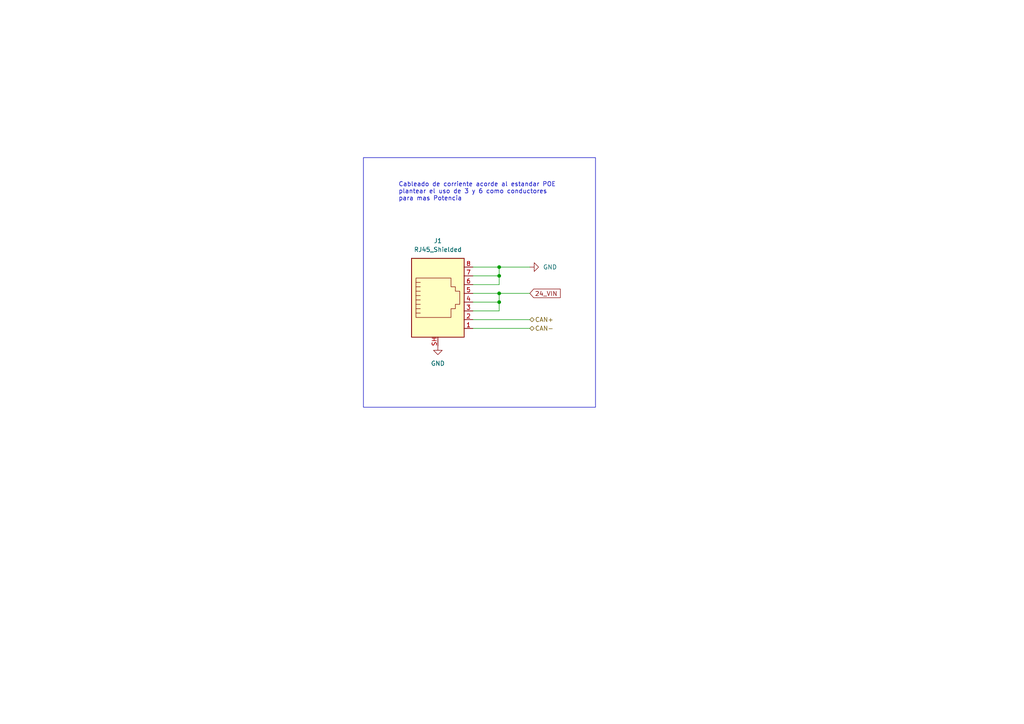
<source format=kicad_sch>
(kicad_sch (version 20231120) (generator "eeschema") (generator_version "8.0")
  (paper "A4")
  (lib_symbols
    (symbol "Connector:RJ45_Shielded" (pin_names (offset 1.016))
      (property "Reference" "J" (at -5.08 13.97 0))
      (property "Value" "RJ45_Shielded" (at 2.54 13.97 0))
      (symbol "RJ45_Shielded_0_1"
        (polyline (pts (xy -5.08 4.445) (xy -6.35 4.445)))
        (polyline (pts (xy -5.08 5.715) (xy -6.35 5.715)))
        (polyline (pts (xy -6.35 -3.175) (xy -5.08 -3.175) (xy -5.08 -3.175)))
        (polyline (pts (xy -6.35 -1.905) (xy -5.08 -1.905) (xy -5.08 -1.905)))
        (polyline (pts (xy -6.35 -0.635) (xy -5.08 -0.635) (xy -5.08 -0.635)))
        (polyline (pts (xy -6.35 0.635) (xy -5.08 0.635) (xy -5.08 0.635)))
        (polyline (pts (xy -6.35 1.905) (xy -5.08 1.905) (xy -5.08 1.905)))
        (polyline (pts (xy -5.08 3.175) (xy -6.35 3.175) (xy -6.35 3.175)))
        (polyline (pts (xy -6.35 -4.445) (xy -6.35 6.985) (xy 3.81 6.985) (xy 3.81 4.445) (xy 5.08 4.445) (xy 5.08 3.175) (xy 6.35 3.175) (xy 6.35 -0.635) (xy 5.08 -0.635) (xy 5.08 -1.905) (xy 3.81 -1.905) (xy 3.81 -4.445) (xy -6.35 -4.445) (xy -6.35 -4.445)))
        (rectangle (start 7.62 12.7) (end -7.62 -10.16) (stroke (width 0.254)) (fill (type background)))
      )
      (symbol "RJ45_Shielded_1_1"
        (pin passive line (at 10.16 -7.62 180) (length 2.54) (name "~") (number "1"))
        (pin passive line (at 10.16 -5.08 180) (length 2.54) (name "~") (number "2"))
        (pin passive line (at 10.16 -2.54 180) (length 2.54) (name "~") (number "3"))
        (pin passive line (at 10.16 0 180) (length 2.54) (name "~") (number "4"))
        (pin passive line (at 10.16 2.54 180) (length 2.54) (name "~") (number "5"))
        (pin passive line (at 10.16 5.08 180) (length 2.54) (name "~") (number "6"))
        (pin passive line (at 10.16 7.62 180) (length 2.54) (name "~") (number "7"))
        (pin passive line (at 10.16 10.16 180) (length 2.54) (name "~") (number "8"))
        (pin passive line (at 0 -12.7 90) (length 2.54) (name "~") (number "SH"))
      )
    )
    (symbol "power:GND" (power) (pin_names (offset 0))
      (property "Value" "GND" (at 0 -3.81 0))
      (symbol "GND_0_1"
        (polyline (pts (xy 0 0) (xy 0 -1.27) (xy 1.27 -1.27) (xy 0 -2.54) (xy -1.27 -1.27) (xy 0 -1.27)))
      )
      (symbol "GND_1_1"
        (pin power_in line (at 0 0 270) (length 0) hide (name "GND") (number "1"))
      )
    )
  )
  (junction (at 144.78 80.01))
  (junction (at 144.78 87.63))
  (junction (at 144.78 85.09))
  (junction (at 144.78 77.47))
  (wire (pts (xy 137.16 92.71) (xy 153.67 92.71)))
  (wire (pts (xy 144.78 77.47) (xy 153.67 77.47)))
  (wire (pts (xy 144.78 80.01) (xy 144.78 82.55)))
  (wire (pts (xy 137.16 87.63) (xy 144.78 87.63)))
  (wire (pts (xy 144.78 87.63) (xy 144.78 85.09)))
  (wire (pts (xy 137.16 90.17) (xy 144.78 90.17)))
  (wire (pts (xy 137.16 77.47) (xy 144.78 77.47)))
  (wire (pts (xy 144.78 90.17) (xy 144.78 87.63)))
  (wire (pts (xy 137.16 80.01) (xy 144.78 80.01)))
  (wire (pts (xy 137.16 82.55) (xy 144.78 82.55)))
  (wire (pts (xy 137.16 95.25) (xy 153.67 95.25)))
  (wire (pts (xy 144.78 85.09) (xy 153.67 85.09)))
  (wire (pts (xy 137.16 85.09) (xy 144.78 85.09)))
  (wire (pts (xy 144.78 77.47) (xy 144.78 80.01)))
  (rectangle (start 105.41 45.72) (end 172.72 118.11))
  (text "Cableado de corriente acorde al estandar POE\nplantear el uso de 3 y 6 como conductores\npara mas Potencia\n" (at 115.57 58.42 0) (effects (font (size 1.27 1.27)) (justify left bottom)))
  (global_label "24_VIN" (shape input) (at 153.67 85.09 0) (property "Intersheetrefs" "${INTERSHEET_REFS}" (effects (hide yes))))
  (hierarchical_label "CAN+" (shape bidirectional) (at 153.67 92.71 0))
  (hierarchical_label "CAN-" (shape bidirectional) (at 153.67 95.25 0))
  (symbol (lib_id "power:GND") (at 153.67 77.47 90) (unit 1)
    (property "Reference" "#PWR020" (effects (hide yes)))
    (property "Value" "GND" (at 157.48 77.47 90) (effects (justify right)))
    (instances (project "TeR_ECU" (path "" (reference "#PWR020") (unit 1)) (path "" (reference "#PWR029") (unit 1))))
  )
  (symbol (lib_id "power:GND") (at 127 100.33 0) (unit 1)
    (property "Reference" "#PWR019" (effects (hide yes)))
    (property "Value" "GND" (at 127 105.41 0))
    (instances (project "TeR_ECU" (path "" (reference "#PWR019") (unit 1)) (path "" (reference "#PWR028") (unit 1))))
  )
  (symbol (lib_id "Connector:RJ45_Shielded") (at 127 87.63 0) (unit 1)
    (property "Reference" "J1" (at 127 69.85 0))
    (property "Value" "RJ45_Shielded" (at 127 72.39 0))
    (property "Footprint" "Connector_RJ:RJ45_Ninigi_GE" (effects (hide yes)))
    (instances (project "TeR_ECU" (path "" (reference "J1") (unit 1)) (path "" (reference "J2") (unit 1))))
  )
)
</source>
